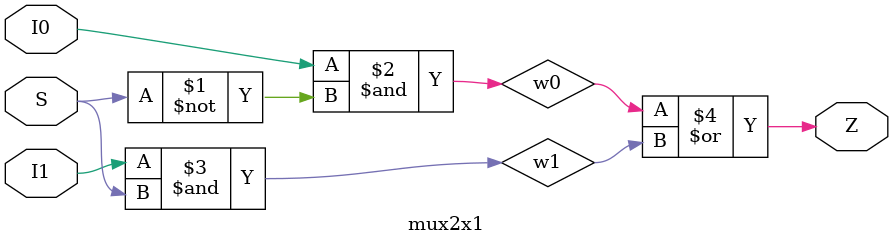
<source format=v>
`timescale 1ns / 1ps

module mux2x1( I0, I1, S, Z );
	input I0, I1, S ;
	output Z;
	wire w0, w1 ;
	and a0 (w0,I0, ~S);
	and a1 (w1, I1, S);
	or o1 (Z, w0, w1);
endmodule

</source>
